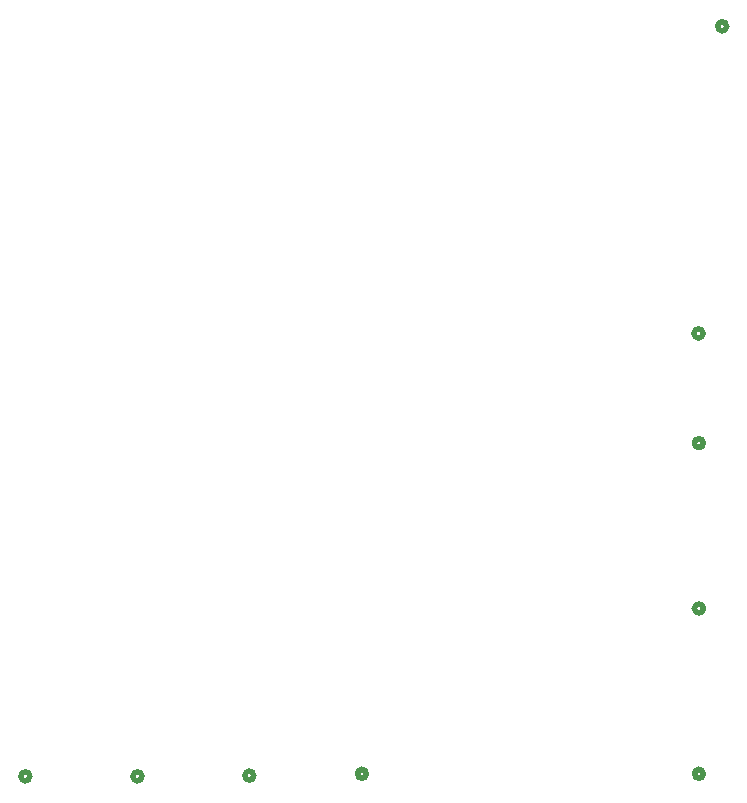
<source format=gbr>
%TF.GenerationSoftware,KiCad,Pcbnew,8.0.6*%
%TF.CreationDate,2025-03-07T17:01:16-07:00*%
%TF.ProjectId,Capstone_DataLogger,43617073-746f-46e6-955f-446174614c6f,rev?*%
%TF.SameCoordinates,Original*%
%TF.FileFunction,Legend,Bot*%
%TF.FilePolarity,Positive*%
%FSLAX46Y46*%
G04 Gerber Fmt 4.6, Leading zero omitted, Abs format (unit mm)*
G04 Created by KiCad (PCBNEW 8.0.6) date 2025-03-07 17:01:16*
%MOMM*%
%LPD*%
G01*
G04 APERTURE LIST*
%ADD10C,0.508000*%
G04 APERTURE END LIST*
D10*
%TO.C,J7*%
X165910801Y-114573800D02*
G75*
G02*
X165148801Y-114573800I-381000J0D01*
G01*
X165148801Y-114573800D02*
G75*
G02*
X165910801Y-114573800I381000J0D01*
G01*
%TO.C,J3*%
X167881000Y-65283100D02*
G75*
G02*
X167119000Y-65283100I-381000J0D01*
G01*
X167119000Y-65283100D02*
G75*
G02*
X167881000Y-65283100I381000J0D01*
G01*
%TO.C,J9*%
X165910801Y-128573800D02*
G75*
G02*
X165148801Y-128573800I-381000J0D01*
G01*
X165148801Y-128573800D02*
G75*
G02*
X165910801Y-128573800I381000J0D01*
G01*
%TO.C,J5*%
X118373601Y-128788000D02*
G75*
G02*
X117611601Y-128788000I-381000J0D01*
G01*
X117611601Y-128788000D02*
G75*
G02*
X118373601Y-128788000I381000J0D01*
G01*
%TO.C,J8*%
X165910801Y-100573800D02*
G75*
G02*
X165148801Y-100573800I-381000J0D01*
G01*
X165148801Y-100573800D02*
G75*
G02*
X165910801Y-100573800I381000J0D01*
G01*
%TO.C,J12*%
X165881000Y-91288000D02*
G75*
G02*
X165119000Y-91288000I-381000J0D01*
G01*
X165119000Y-91288000D02*
G75*
G02*
X165881000Y-91288000I381000J0D01*
G01*
%TO.C,J1*%
X127843800Y-128722700D02*
G75*
G02*
X127081800Y-128722700I-381000J0D01*
G01*
X127081800Y-128722700D02*
G75*
G02*
X127843800Y-128722700I381000J0D01*
G01*
%TO.C,J4*%
X108881000Y-128788000D02*
G75*
G02*
X108119000Y-128788000I-381000J0D01*
G01*
X108119000Y-128788000D02*
G75*
G02*
X108881000Y-128788000I381000J0D01*
G01*
%TO.C,J2*%
X137381000Y-128571400D02*
G75*
G02*
X136619000Y-128571400I-381000J0D01*
G01*
X136619000Y-128571400D02*
G75*
G02*
X137381000Y-128571400I381000J0D01*
G01*
%TD*%
M02*

</source>
